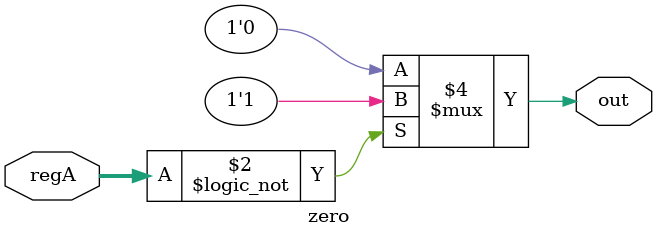
<source format=v>

module zero(regA,out);

    // I/O
    input [15:0]regA;
    output reg out;

    //Update the zero bit
    always @(regA)
        if(regA==0)
            out = 1;
        else
            out = 0;
endmodule 
</source>
